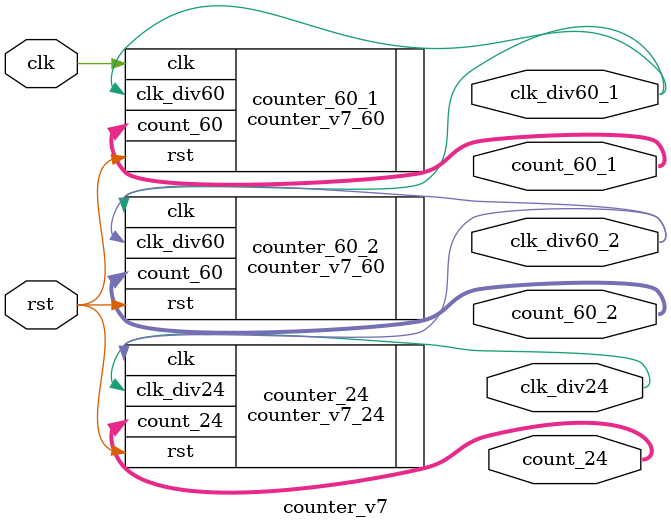
<source format=v>
module counter_v7(
    input clk,
    input rst,
    output wire [5:0] count_60_1,
    output wire [5:0] count_60_2,
    output wire [4:0] count_24,
    output wire       clk_div60_1,
    output wire       clk_div60_2,
    output wire       clk_div24
);

counter_v7_60 counter_60_1(
    .clk(clk),
    .rst(rst),
    .count_60(count_60_1),
    .clk_div60(clk_div60_1)
);

counter_v7_60 counter_60_2(
    .clk(clk_div60_1),
    .rst(rst),
    .count_60(count_60_2),
    .clk_div60(clk_div60_2)
);

counter_v7_24 counter_24(
    .clk(clk_div60_2),
    .rst(rst),
    .count_24(count_24),
    .clk_div24(clk_div24)
);

endmodule

</source>
